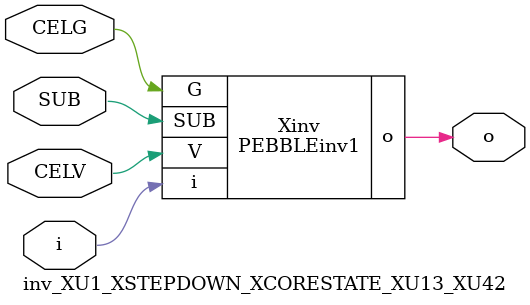
<source format=v>



module PEBBLEinv1 ( o, G, SUB, V, i );

  input V;
  input i;
  input G;
  output o;
  input SUB;
endmodule

//Celera Confidential Do Not Copy inv_XU1_XSTEPDOWN_XCORESTATE_XU13_XU42
//Celera Confidential Symbol Generator
//5V Inverter
module inv_XU1_XSTEPDOWN_XCORESTATE_XU13_XU42 (CELV,CELG,i,o,SUB);
input CELV;
input CELG;
input i;
input SUB;
output o;

//Celera Confidential Do Not Copy inv
PEBBLEinv1 Xinv(
.V (CELV),
.i (i),
.o (o),
.SUB (SUB),
.G (CELG)
);
//,diesize,PEBBLEinv1

//Celera Confidential Do Not Copy Module End
//Celera Schematic Generator
endmodule

</source>
